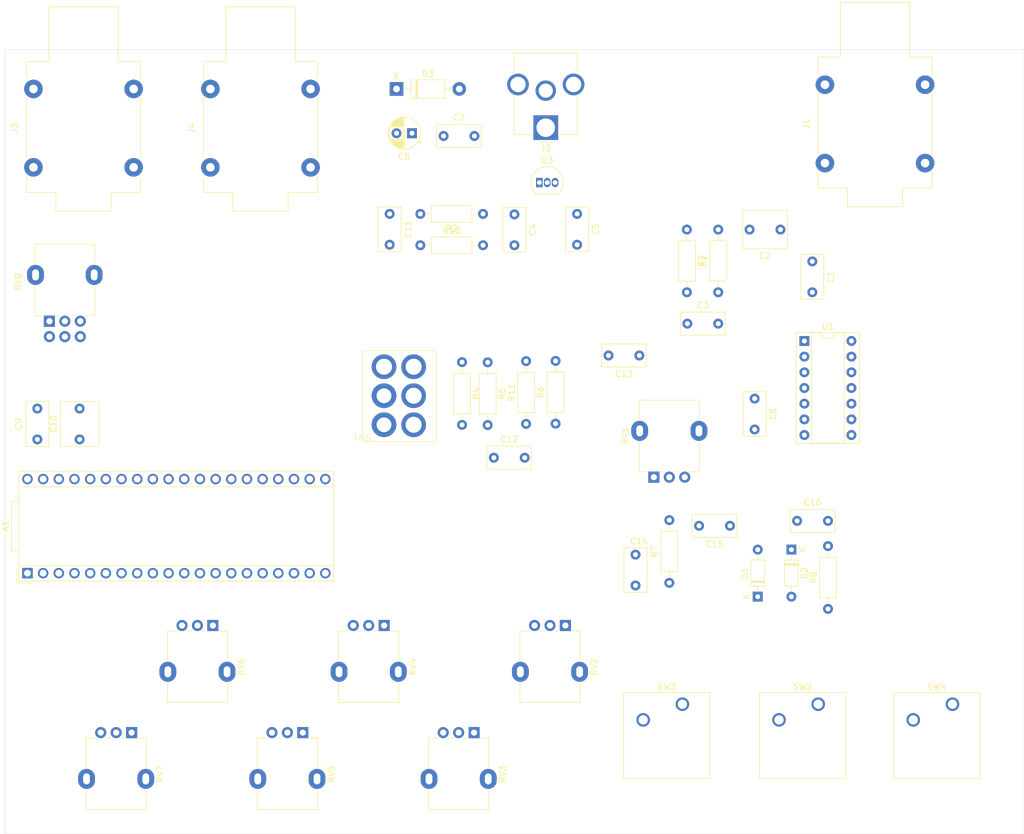
<source format=kicad_pcb>
(kicad_pcb (version 20240108) (generator "pcbnew") (generator_version "8.0")
  (layers (0 "F.Cu" signal) (1 "In1.Cu" signal) (2 "In2.Cu" signal) (31 "B.Cu" signal) (34 "B.Paste" user) (35 "F.Paste" user) (36 "B.SilkS" user "B.Silkscreen") (37 "F.SilkS" user "F.Silkscreen") (38 "B.Mask" user) (39 "F.Mask" user) (44 "Edge.Cuts" user))
  (net 0 "")
  (net 1 "/DaisySeed/IN_GAIN")
  (net 4 "/OUT_R")
  (net 5 "/OUT_L")
  (net 6 "GND")
  (net 9 "/DaisySeed/Filt_Knob")
  (net 10 "/DaisySeed/FDBK_Knob")
  (net 11 "/DaisySeed/Rate_Knob")
  (net 12 "/DaisySeed/I2C_SCL")
  (net 15 "/DaisySeed/Wow_Knob")
  (net 16 "/DaisySeed/SW_2")
  (net 19 "/DaisySeed/Blend_Knob")
  (net 21 "/DaisySeed/SW_3")
  (net 22 "+3V3")
  (net 25 "+9V")
  (net 26 "/DaisySeed/Space_Knob")
  (net 27 "/DaisySeed/I2C_SDA")
  (net 30 "/DaisySeed/SW_1")
  (net 39 "Net-(C1-Pad1)")
  (net 40 "Net-(C2-Pad2)")
  (net 41 "Net-(U1A-+)")
  (net 42 "+5V")
  (net 43 "+2V5")
  (net 44 "Net-(C12-Pad2)")
  (net 45 "Net-(SW1B-B)")
  (net 46 "Net-(SW1A-B)")
  (net 47 "/InputOutput/IN_BUF")
  (net 48 "Net-(C14-Pad1)")
  (net 49 "Net-(D1-A)")
  (net 50 "Net-(U1B--)")
  (net 51 "Net-(D3-A)")
  (net 52 "Net-(J3-PadT)")
  (net 53 "Net-(J4-PadT)")
  (net 54 "/InputOutput/Line_Level")
  (net 55 "Net-(SW1B-C)")
  (net 56 "/Gain/IN_LEVEL")
  (net 57 "/InputOutput/Inst_Level")
  (footprint "Resistor_THT:R_Axial_DIN0207_L6.3mm_D2.5mm_P10.16mm_Horizontal" (layer "F.Cu") (at 374.97 181.22 90)
    (property "Reference" "R6" (at 5.08 -2.37 90) (layer "F.SilkS"))
    (property "Value" "1k")
    (pad "1" thru_hole circle (at 0 0 90) (size 1.6 1.6) (drill 0.8) (layers "*.Cu" "*.Mask") (net 43 "+2V5"))
    (pad "2" thru_hole oval (at 10.16 0 90) (size 1.6 1.6) (drill 0.8) (layers "*.Cu" "*.Mask") (net 56 "/Gain/IN_LEVEL"))
  )
  (footprint "Potentiometer_THT:Potentiometer_Alpha_RD901F-40-00D_Single_Vertical" (layer "F.Cu") (at 390.895 189.89 90)
    (property "Reference" "RV1" (at 6.71 -4.64 90) (layer "F.SilkS"))
    (property "Value" "A10k")
    (pad "" thru_hole oval (at 7.5 -2.3 180) (size 2.72 3.24) (drill oval 1.1 1.8) (layers "*.Cu" "*.Mask"))
    (pad "" thru_hole oval (at 7.5 7.3 180) (size 2.72 3.24) (drill oval 1.1 1.8) (layers "*.Cu" "*.Mask"))
    (pad "1" thru_hole rect (at 0 0 180) (size 1.8 1.8) (drill 1) (layers "*.Cu" "*.Mask") (net 50 "Net-(U1B--)"))
    (pad "2" thru_hole circle (at 0 2.5 180) (size 1.8 1.8) (drill 1) (layers "*.Cu" "*.Mask") (net 50 "Net-(U1B--)"))
    (pad "3" thru_hole circle (at 0 5 180) (size 1.8 1.8) (drill 1) (layers "*.Cu" "*.Mask") (net 49 "Net-(D1-A)"))
  )
  (footprint "Capacitor_THT:C_Rect_L7.0mm_W6.0mm_P5.00mm" (layer "F.Cu") (at 297.865 183.775 90)
    (property "Reference" "C10" (at 2.5 -4.25 90) (layer "F.SilkS"))
    (property "Value" "1u")
    (pad "1" thru_hole circle (at 0 0 90) (size 1.6 1.6) (drill 0.8) (layers "*.Cu" "*.Mask") (net 25 "+9V"))
    (pad "2" thru_hole circle (at 5 0 90) (size 1.6 1.6) (drill 0.8) (layers "*.Cu" "*.Mask") (net 6 "GND"))
  )
  (footprint "Resistor_THT:R_Axial_DIN0207_L6.3mm_D2.5mm_P10.16mm_Horizontal" (layer "F.Cu") (at 393.395 207.01 90)
    (property "Reference" "R7" (at 5.08 -2.37 90) (layer "F.SilkS"))
    (property "Value" "1k")
    (pad "1" thru_hole circle (at 0 0 90) (size 1.6 1.6) (drill 0.8) (layers "*.Cu" "*.Mask") (net 48 "Net-(C14-Pad1)"))
    (pad "2" thru_hole oval (at 10.16 0 90) (size 1.6 1.6) (drill 0.8) (layers "*.Cu" "*.Mask") (net 50 "Net-(U1B--)"))
  )
  (footprint "Capacitor_THT:C_Rect_L7.0mm_W6.0mm_P5.00mm" (layer "F.Cu") (at 411.4 149.78 180)
    (property "Reference" "C2" (at 2.5 -4.25 360) (layer "F.SilkS"))
    (property "Value" "1u")
    (pad "1" thru_hole circle (at 0 0 180) (size 1.6 1.6) (drill 0.8) (layers "*.Cu" "*.Mask") (net 39 "Net-(C1-Pad1)"))
    (pad "2" thru_hole circle (at 5 0 180) (size 1.6 1.6) (drill 0.8) (layers "*.Cu" "*.Mask") (net 40 "Net-(C2-Pad2)"))
  )
  (footprint "Potentiometer_THT:Potentiometer_Alpha_RD901F-40-00D_Single_Vertical" (layer "F.Cu") (at 319.455 213.92 -90)
    (property "Reference" "RV6" (at 6.71 -4.64 90) (layer "F.SilkS"))
    (property "Value" "B10k")
    (pad "" thru_hole oval (at 7.5 -2.3) (size 2.72 3.24) (drill oval 1.1 1.8) (layers "*.Cu" "*.Mask"))
    (pad "" thru_hole oval (at 7.5 7.3) (size 2.72 3.24) (drill oval 1.1 1.8) (layers "*.Cu" "*.Mask"))
    (pad "1" thru_hole rect (at 0 0) (size 1.8 1.8) (drill 1) (layers "*.Cu" "*.Mask") (net 22 "+3V3"))
    (pad "2" thru_hole circle (at 0 2.5) (size 1.8 1.8) (drill 1) (layers "*.Cu" "*.Mask") (net 19 "/DaisySeed/Blend_Knob"))
    (pad "3" thru_hole circle (at 0 5) (size 1.8 1.8) (drill 1) (layers "*.Cu" "*.Mask") (net 6 "GND"))
  )
  (footprint "Resistor_THT:R_Axial_DIN0207_L6.3mm_D2.5mm_P10.16mm_Horizontal" (layer "F.Cu") (at 359.82 171.255 -90)
    (property "Reference" "R4" (at 5.08 -2.37 90) (layer "F.SilkS"))
    (property "Value" "1k")
    (pad "1" thru_hole circle (at 0 0 270) (size 1.6 1.6) (drill 0.8) (layers "*.Cu" "*.Mask") (net 54 "/InputOutput/Line_Level"))
    (pad "2" thru_hole oval (at 10.16 0 270) (size 1.6 1.6) (drill 0.8) (layers "*.Cu" "*.Mask") (net 55 "Net-(SW1B-C)"))
  )
  (footprint "Package_TO_SOT_THT:TO-92_Inline" (layer "F.Cu") (at 372.345 142.16)
    (property "Reference" "U3" (at 1.27 -3.56 360) (layer "F.SilkS"))
    (property "Value" "LM78L05_TO92")
    (pad "1" thru_hole rect (at 0 0) (size 1.05 1.5) (drill 0.75) (layers "*.Cu" "*.Mask") (net 42 "+5V"))
    (pad "2" thru_hole oval (at 1.27 0) (size 1.05 1.5) (drill 0.75) (layers "*.Cu" "*.Mask") (net 6 "GND"))
    (pad "3" thru_hole oval (at 2.54 0) (size 1.05 1.5) (drill 0.75) (layers "*.Cu" "*.Mask") (net 25 "+9V"))
  )
  (footprint "Capacitor_THT:C_Rect_L7.0mm_W3.5mm_P5.00mm" (layer "F.Cu") (at 403.22 197.765 180)
    (property "Reference" "C15" (at 2.5 -3 360) (layer "F.SilkS"))
    (property "Value" "100p")
    (pad "1" thru_hole circle (at 0 0 180) (size 1.6 1.6) (drill 0.8) (layers "*.Cu" "*.Mask") (net 49 "Net-(D1-A)"))
    (pad "2" thru_hole circle (at 5 0 180) (size 1.6 1.6) (drill 0.8) (layers "*.Cu" "*.Mask") (net 50 "Net-(U1B--)"))
  )
  (footprint "Capacitor_THT:C_Rect_L7.0mm_W3.5mm_P5.00mm" (layer "F.Cu") (at 388.54 170.18 180)
    (property "Reference" "C13" (at 2.5 -3 360) (layer "F.SilkS"))
    (property "Value" "1u")
    (pad "1" thru_hole circle (at 0 0 180) (size 1.6 1.6) (drill 0.8) (layers "*.Cu" "*.Mask") (net 47 "/InputOutput/IN_BUF"))
    (pad "2" thru_hole circle (at 5 0 180) (size 1.6 1.6) (drill 0.8) (layers "*.Cu" "*.Mask") (net 46 "Net-(SW1A-B)"))
  )
  (footprint "Potentiometer_THT:Potentiometer_Alpha_RD901F-40-00D_Single_Vertical" (layer "F.Cu") (at 334.025 231.27 -90)
    (property "Reference" "RV5" (at 6.71 -4.64 90) (layer "F.SilkS"))
    (property "Value" "B10k")
    (pad "" thru_hole oval (at 7.5 -2.3) (size 2.72 3.24) (drill oval 1.1 1.8) (layers "*.Cu" "*.Mask"))
    (pad "" thru_hole oval (at 7.5 7.3) (size 2.72 3.24) (drill oval 1.1 1.8) (layers "*.Cu" "*.Mask"))
    (pad "1" thru_hole rect (at 0 0) (size 1.8 1.8) (drill 1) (layers "*.Cu" "*.Mask") (net 22 "+3V3"))
    (pad "2" thru_hole circle (at 0 2.5) (size 1.8 1.8) (drill 1) (layers "*.Cu" "*.Mask") (net 15 "/DaisySeed/Wow_Knob"))
    (pad "3" thru_hole circle (at 0 5) (size 1.8 1.8) (drill 1) (layers "*.Cu" "*.Mask") (net 6 "GND"))
  )
  (footprint "Potentiometer_THT:Potentiometer_Alpha_RD901F-40-00D_Single_Vertical" (layer "F.Cu") (at 376.565 213.92 -90)
    (property "Reference" "RV2" (at 6.71 -4.64 90) (layer "F.SilkS"))
    (property "Value" "B10k")
    (pad "" thru_hole oval (at 7.5 -2.3) (size 2.72 3.24) (drill oval 1.1 1.8) (layers "*.Cu" "*.Mask"))
    (pad "" thru_hole oval (at 7.5 7.3) (size 2.72 3.24) (drill oval 1.1 1.8) (layers "*.Cu" "*.Mask"))
    (pad "1" thru_hole rect (at 0 0) (size 1.8 1.8) (drill 1) (layers "*.Cu" "*.Mask") (net 22 "+3V3"))
    (pad "2" thru_hole circle (at 0 2.5) (size 1.8 1.8) (drill 1) (layers "*.Cu" "*.Mask") (net 11 "/DaisySeed/Rate_Knob"))
    (pad "3" thru_hole circle (at 0 5) (size 1.8 1.8) (drill 1) (layers "*.Cu" "*.Mask") (net 6 "GND"))
  )
  (footprint "Button_Switch_Keyboard:SW_Cherry_MX_1.00u_PCB" (layer "F.Cu") (at 417.515 226.67)
    (property "Reference" "SW2" (at -2.54 -2.794 0) (layer "F.SilkS"))
    (property "Value" "SW_Push")
    (pad "" np_thru_hole circle (at -7.62 5.08) (size 1.7 1.7) (drill 1.7) (layers "*.Cu" "*.Mask"))
    (pad "" np_thru_hole circle (at -2.54 5.08) (size 4 4) (drill 4) (layers "*.Cu" "*.Mask"))
    (pad "" np_thru_hole circle (at 2.54 5.08) (size 1.7 1.7) (drill 1.7) (layers "*.Cu" "*.Mask"))
    (pad "1" thru_hole circle (at 0 0) (size 2.2 2.2) (drill 1.5) (layers "*.Cu" "*.Mask") (net 30 "/DaisySeed/SW_1"))
    (pad "2" thru_hole circle (at -6.35 2.54) (size 2.2 2.2) (drill 1.5) (layers "*.Cu" "*.Mask") (net 6 "GND"))
  )
  (footprint "Potentiometer_THT:Potentiometer_Alpha_RD902F-40-00D_Dual_Vertical" (layer "F.Cu") (at 292.975 164.625 90)
    (property "Reference" "RV8" (at 6.35 -5.06 90) (layer "F.SilkS"))
    (property "Value" "B10K")
    (pad "" thru_hole oval (at 7.5 -2.25 180) (size 2.72 3.24) (drill oval 1.1 1.8) (layers "*.Cu" "*.Mask"))
    (pad "" thru_hole oval (at 7.5 7.25 180) (size 2.72 3.24) (drill oval 1.1 1.8) (layers "*.Cu" "*.Mask"))
    (pad "1" thru_hole rect (at 0 0 180) (size 1.8 1.8) (drill 1) (layers "*.Cu" "*.Mask") (net 6 "GND"))
    (pad "2" thru_hole circle (at 0 2.5 180) (size 1.8 1.8) (drill 1) (layers "*.Cu" "*.Mask") (net 53 "Net-(J4-PadT)"))
    (pad "3" thru_hole circle (at 0 5 180) (size 1.8 1.8) (drill 1) (layers "*.Cu" "*.Mask") (net 4 "/OUT_R"))
    (pad "4" thru_hole circle (at -2.5 0 180) (size 1.8 1.8) (drill 1) (layers "*.Cu" "*.Mask") (net 6 "GND"))
    (pad "5" thru_hole circle (at -2.5 2.5 180) (size 1.8 1.8) (drill 1) (layers "*.Cu" "*.Mask") (net 52 "Net-(J3-PadT)"))
    (pad "6" thru_hole circle (at -2.5 5 180) (size 1.8 1.8) (drill 1) (layers "*.Cu" "*.Mask") (net 5 "/OUT_L"))
  )
  (footprint "Capacitor_THT:CP_Radial_D5.0mm_P2.50mm" (layer "F.Cu") (at 351.705 134.175 180)
    (property "Reference" "C6" (at 1.25 -3.75 360) (layer "F.SilkS"))
    (property "Value" "100u")
    (pad "1" thru_hole rect (at 0 0 180) (size 1.6 1.6) (drill 0.8) (layers "*.Cu" "*.Mask") (net 25 "+9V"))
    (pad "2" thru_hole circle (at 2.5 0 180) (size 1.6 1.6) (drill 0.8) (layers "*.Cu" "*.Mask") (net 6 "GND"))
  )
  (footprint "Capacitor_THT:C_Rect_L7.0mm_W3.5mm_P5.00mm" (layer "F.Cu") (at 348.09 147.24 -90)
    (property "Reference" "C11" (at 2.5 -3 90) (layer "F.SilkS"))
    (property "Value" "47u")
    (pad "1" thru_hole circle (at 0 0 270) (size 1.6 1.6) (drill 0.8) (layers "*.Cu" "*.Mask") (net 43 "+2V5"))
    (pad "2" thru_hole circle (at 5 0 270) (size 1.6 1.6) (drill 0.8) (layers "*.Cu" "*.Mask") (net 6 "GND"))
  )
  (footprint "Diode_THT:D_DO-41_SOD81_P10.16mm_Horizontal" (layer "F.Cu") (at 349.205 127)
    (property "Reference" "D3" (at 5.08 -2.47 360) (layer "F.SilkS"))
    (property "Value" "1N4001")
    (fp_text user "K" (at 0 -2.1 360) (layer "F.SilkS"))
    (pad "1" thru_hole rect (at 0 0) (size 2.2 2.2) (drill 1.1) (layers "*.Cu" "*.Mask") (net 25 "+9V"))
    (pad "2" thru_hole oval (at 10.16 0) (size 2.2 2.2) (drill 1.1) (layers "*.Cu" "*.Mask") (net 51 "Net-(D3-A)"))
  )
  (footprint "Resistor_THT:R_Axial_DIN0207_L6.3mm_D2.5mm_P10.16mm_Horizontal" (layer "F.Cu") (at 363.22 147.24 180)
    (property "Reference" "R2" (at 5.08 -2.37 360) (layer "F.SilkS"))
    (property "Value" "10k")
    (pad "1" thru_hole circle (at 0 0 180) (size 1.6 1.6) (drill 0.8) (layers "*.Cu" "*.Mask") (net 42 "+5V"))
    (pad "2" thru_hole oval (at 10.16 0 180) (size 1.6 1.6) (drill 0.8) (layers "*.Cu" "*.Mask") (net 43 "+2V5"))
  )
  (footprint "Connector_BarrelJack:BarrelJack_CUI_PJ-063AH_Horizontal_CircularHoles" (layer "F.Cu") (at 373.38 133.275 180)
    (property "Reference" "J2" (at 0 -3.3 360) (layer "F.SilkS"))
    (property "Value" "Jack-DC")
    (pad "" np_thru_hole circle (at 0 9 180) (size 1.6 1.6) (drill 1.6) (layers "*.Cu" "*.Mask"))
    (pad "1" thru_hole rect (at 0 0 180) (size 4 4) (drill 3) (layers "*.Cu" "*.Mask") (net 6 "GND"))
    (pad "2" thru_hole circle (at 0 6 180) (size 3.3 3.3) (drill 2.3) (layers "*.Cu" "*.Mask") (net 51 "Net-(D3-A)"))
    (pad "MP" thru_hole circle (at -4.5 7 180) (size 3.5 3.5) (drill 2.5) (layers "*.Cu" "*.Mask"))
    (pad "MP" thru_hole circle (at 4.5 7 180) (size 3.5 3.5) (drill 2.5) (layers "*.Cu" "*.Mask"))
  )
  (footprint "Resistor_THT:R_Axial_DIN0207_L6.3mm_D2.5mm_P10.16mm_Horizontal" (layer "F.Cu") (at 401.32 159.94 90)
    (property "Reference" "R1" (at 5.08 -2.37 90) (layer "F.SilkS"))
    (property "Value" "1k")
    (pad "1" thru_hole circle (at 0 0 90) (size 1.6 1.6) (drill 0.8) (layers "*.Cu" "*.Mask") (net 41 "Net-(U1A-+)"))
    (pad "2" thru_hole oval (at 10.16 0 90) (size 1.6 1.6) (drill 0.8) (layers "*.Cu" "*.Mask") (net 40 "Net-(C2-Pad2)"))
  )
  (footprint "Capacitor_THT:C_Rect_L7.0mm_W3.5mm_P5.00mm" (layer "F.Cu") (at 364.97 186.74)
    (property "Reference" "C12" (at 2.5 -3 360) (layer "F.SilkS"))
    (property "Value" "1u")
    (pad "1" thru_hole circle (at 0 0) (size 1.6 1.6) (drill 0.8) (layers "*.Cu" "*.Mask") (net 45 "Net-(SW1B-B)"))
    (pad "2" thru_hole circle (at 5 0) (size 1.6 1.6) (drill 0.8) (layers "*.Cu" "*.Mask") (net 44 "Net-(C12-Pad2)"))
  )
  (footprint "Potentiometer_THT:Potentiometer_Alpha_RD901F-40-00D_Single_Vertical" (layer "F.Cu") (at 361.765 231.27 -90)
    (property "Reference" "RV3" (at 6.71 -4.64 90) (layer "F.SilkS"))
    (property "Value" "B10k")
    (pad "" thru_hole oval (at 7.5 -2.3) (size 2.72 3.24) (drill oval 1.1 1.8) (layers "*.Cu" "*.Mask"))
    (pad "" thru_hole oval (at 7.5 7.3) (size 2.72 3.24) (drill oval 1.1 1.8) (layers "*.Cu" "*.Mask"))
    (pad "1" thru_hole rect (at 0 0) (size 1.8 1.8) (drill 1) (layers "*.Cu" "*.Mask") (net 22 "+3V3"))
    (pad "2" thru_hole circle (at 0 2.5) (size 1.8 1.8) (drill 1) (layers "*.Cu" "*.Mask") (net 10 "/DaisySeed/FDBK_Knob"))
    (pad "3" thru_hole circle (at 0 5) (size 1.8 1.8) (drill 1) (layers "*.Cu" "*.Mask") (net 6 "GND"))
  )
  (footprint "Resistor_THT:R_Axial_DIN0207_L6.3mm_D2.5mm_P10.16mm_Horizontal" (layer "F.Cu") (at 370.195 181.255 90)
    (property "Reference" "R11" (at 5.08 -2.37 90) (layer "F.SilkS"))
    (property "Value" "1k")
    (pad "1" thru_hole circle (at 0 0 90) (size 1.6 1.6) (drill 0.8) (layers "*.Cu" "*.Mask") (net 44 "Net-(C12-Pad2)"))
    (pad "2" thru_hole oval (at 10.16 0 90) (size 1.6 1.6) (drill 0.8) (layers "*.Cu" "*.Mask") (net 56 "/Gain/IN_LEVEL"))
  )
  (footprint "Capacitor_THT:C_Rect_L7.0mm_W3.5mm_P5.00mm" (layer "F.Cu") (at 416.56 154.94 -90)
    (property "Reference" "C1" (at 2.5 -3 90) (layer "F.SilkS"))
    (property "Value" "100p")
    (pad "1" thru_hole circle (at 0 0 270) (size 1.6 1.6) (drill 0.8) (layers "*.Cu" "*.Mask") (net 39 "Net-(C1-Pad1)"))
    (pad "2" thru_hole circle (at 5 0 270) (size 1.6 1.6) (drill 0.8) (layers "*.Cu" "*.Mask") (net 6 "GND"))
  )
  (footprint "Package_DIP:DIP-14_W7.62mm_Socket" (layer "F.Cu") (at 415.275 167.825)
    (property "Reference" "U1" (at 3.81 -2.33 0) (layer "F.SilkS"))
    (property "Value" "Opamp_Quad")
    (pad "1" thru_hole rect (at 0 0) (size 1.6 1.6) (drill 0.8) (layers "*.Cu" "*.Mask") (net 47 "/InputOutput/IN_BUF"))
    (pad "2" thru_hole oval (at 0 2.54) (size 1.6 1.6) (drill 0.8) (layers "*.Cu" "*.Mask") (net 47 "/InputOutput/IN_BUF"))
    (pad "3" thru_hole oval (at 0 5.08) (size 1.6 1.6) (drill 0.8) (layers "*.Cu" "*.Mask") (net 41 "Net-(U1A-+)"))
    (pad "4" thru_hole oval (at 0 7.62) (size 1.6 1.6) (drill 0.8) (layers "*.Cu" "*.Mask") (net 42 "+5V"))
    (pad "5" thru_hole oval (at 0 10.16) (size 1.6 1.6) (drill 0.8) (layers "*.Cu" "*.Mask") (net 56 "/Gain/IN_LEVEL"))
    (pad "6" thru_hole oval (at 0 12.7) (size 1.6 1.6) (drill 0.8) (layers "*.Cu" "*.Mask") (net 50 "Net-(U1B--)"))
    (pad "7" thru_hole oval (at 0 15.24) (size 1.6 1.6) (drill 0.8) (layers "*.Cu" "*.Mask") (net 49 "Net-(D1-A)"))
    (pad "8" thru_hole oval (at 7.62 15.24) (size 1.6 1.6) (drill 0.8) (layers "*.Cu" "*.Mask"))
    (pad "9" thru_hole oval (at 7.62 12.7) (size 1.6 1.6) (drill 0.8) (layers "*.Cu" "*.Mask"))
    (pad "10" thru_hole oval (at 7.62 10.16) (size 1.6 1.6) (drill 0.8) (layers "*.Cu" "*.Mask"))
    (pad "11" thru_hole oval (at 7.62 7.62) (size 1.6 1.6) (drill 0.8) (layers "*.Cu" "*.Mask") (net 6 "GND"))
    (pad "12" thru_hole oval (at 7.62 5.08) (size 1.6 1.6) (drill 0.8) (layers "*.Cu" "*.Mask"))
    (pad "13" thru_hole oval (at 7.62 2.54) (size 1.6 1.6) (drill 0.8) (layers "*.Cu" "*.Mask"))
    (pad "14" thru_hole oval (at 7.62 0) (size 1.6 1.6) (drill 0.8) (layers "*.Cu" "*.Mask"))
  )
  (footprint "Library:DPDT_Mini_Toggle" (layer "F.Cu") (at 347.175 176.7 180)
    (property "Reference" "SW1" (at 3.6 -6.7 180) (layer "F.SilkS") (effects (font (thickness 0.1))))
    (property "Value" "SW_DPDT_x2")
    (pad "1" thru_hole circle (at -4.8 -4.7 180) (size 4 4) (drill 2.6) (layers "*.Cu" "*.Mask") (net 57 "/InputOutput/Inst_Level"))
    (pad "2" thru_hole circle (at -4.8 0 180) (size 4 4) (drill 2.6) (layers "*.Cu" "*.Mask") (net 46 "Net-(SW1A-B)"))
    (pad "3" thru_hole circle (at -4.8 4.7 180) (size 4 4) (drill 2.6) (layers "*.Cu" "*.Mask") (net 54 "/InputOutput/Line_Level"))
    (pad "4" thru_hole circle (at 0 -4.7 180) (size 4 4) (drill 2.4) (layers "*.Cu" "*.Mask") (net 57 "/InputOutput/Inst_Level"))
    (pad "5" thru_hole circle (at 0 0 180) (size 4 4) (drill 2.4) (layers "*.Cu" "*.Mask") (net 45 "Net-(SW1B-B)"))
    (pad "6" thru_hole circle (at 0 4.7 180) (size 4 4) (drill 2.6) (layers "*.Cu" "*.Mask") (net 55 "Net-(SW1B-C)"))
  )
  (footprint "Connector_Audio:Jack_6.35mm_Neutrik_NMJ4HFD2_Horizontal" (layer "F.Cu") (at 319.05 139.7 90)
    (property "Reference" "J4" (at 6.35 -3 90) (layer "F.SilkS"))
    (property "Value" "AudioJack2")
    (pad "S" thru_hole circle (at 12.7 0 90) (size 3 3) (drill 1.4) (layers "*.Cu" "*.Mask") (net 6 "GND"))
    (pad "SN" thru_hole circle (at 12.7 16.23 90) (size 3 3) (drill 1.4) (layers "*.Cu" "*.Mask"))
    (pad "T" thru_hole circle (at 0 0 90) (size 3 3) (drill 1.4) (layers "*.Cu" "*.Mask") (net 53 "Net-(J4-PadT)"))
    (pad "TN" thru_hole circle (at 0 16.23 90) (size 3 3) (drill 1.4) (layers "*.Cu" "*.Mask"))
  )
  (footprint "Capacitor_THT:C_Rect_L7.0mm_W3.5mm_P5.00mm" (layer "F.Cu") (at 396.32 165.02)
    (property "Reference" "C3" (at 2.5 -3 360) (layer "F.SilkS"))
    (property "Value" "1n")
    (pad "1" thru_hole circle (at 0 0) (size 1.6 1.6) (drill 0.8) (layers "*.Cu" "*.Mask") (net 41 "Net-(U1A-+)"))
    (pad "2" thru_hole circle (at 5 0) (size 1.6 1.6) (drill 0.8) (layers "*.Cu" "*.Mask") (net 6 "GND"))
  )
  (footprint "Module:Electrosmith_Daisy_Seed" (layer "F.Cu") (at 289.415 205.44 90)
    (property "Reference" "A1" (at 7.62 -3.6 90) (layer "F.SilkS"))
    (property "Value" "Electrosmith_Daisy_Seed_Rev4")
    (pad "1" thru_hole rect (at 0 0 90) (size 1.7 1.7) (drill 1.1) (layers "*.Cu" "*.Mask"))
    (pad "2" thru_hole circle (at 0 2.54 90) (size 1.7 1.7) (drill 1.1) (layers "*.Cu" "*.Mask"))
    (pad "3" thru_hole circle (at 0 5.08 90) (size 1.7 1.7) (drill 1.1) (layers "*.Cu" "*.Mask"))
    (pad "4" thru_hole circle (at 0 7.62 90) (size 1.7 1.7) (drill 1.1) (layers "*.Cu" "*.Mask"))
    (pad "5" thru_hole circle (at 0 10.16 90) (size 1.7 1.7) (drill 1.1) (layers "*.Cu" "*.Mask"))
    (pad "6" thru_hole circle (at 0 12.7 90) (size 1.7 1.7) (drill 1.1) (layers "*.Cu" "*.Mask"))
    (pad "7" thru_hole circle (at 0 15.24 90) (size 1.7 1.7) (drill 1.1) (layers "*.Cu" "*.Mask"))
    (pad "8" thru_hole circle (at 0 17.78 90) (size 1.7 1.7) (drill 1.1) (layers "*.Cu" "*.Mask"))
    (pad "9" thru_hole circle (at 0 20.32 90) (size 1.7 1.7) (drill 1.1) (layers "*.Cu" "*.Mask"))
    (pad "10" thru_hole circle (at 0 22.86 90) (size 1.7 1.7) (drill 1.1) (layers "*.Cu" "*.Mask"))
    (pad "11" thru_hole circle (at 0 25.4 90) (size 1.7 1.7) (drill 1.1) (layers "*.Cu" "*.Mask"))
    (pad "12" thru_hole circle (at 0 27.94 90) (size 1.7 1.7) (drill 1.1) (layers "*.Cu" "*.Mask") (net 12 "/DaisySeed/I2C_SCL"))
    (pad "13" thru_hole circle (at 0 30.48 90) (size 1.7 1.7) (drill 1.1) (layers "*.Cu" "*.Mask") (net 27 "/DaisySeed/I2C_SDA"))
    (pad "14" thru_hole circle (at 0 33.02 90) (size 1.7 1.7) (drill 1.1) (layers "*.Cu" "*.Mask"))
    (pad "15" thru_hole circle (at 0 35.56 90) (size 1.7 1.7) (drill 1.1) (layers "*.Cu" "*.Mask"))
    (pad "16" thru_hole circle (at 0 38.1 90) (size 1.7 1.7) (drill 1.1) (layers "*.Cu" "*.Mask") (net 1 "/DaisySeed/IN_GAIN"))
    (pad "17" thru_hole circle (at 0 40.64 90) (size 1.7 1.7) (drill 1.1) (layers "*.Cu" "*.Mask") (net 6 "GND"))
    (pad "18" thru_hole circle (at 0 43.18 90) (size 1.7 1.7) (drill 1.1) (layers "*.Cu" "*.Mask") (net 5 "/OUT_L"))
    (pad "19" thru_hole circle (at 0 45.72 90) (size 1.7 1.7) (drill 1.1) (layers "*.Cu" "*.Mask") (net 4 "/OUT_R"))
    (pad "20" thru_hole circle (at 0 48.26 90) (size 1.7 1.7) (drill 1.1) (layers "*.Cu" "*.Mask") (net 6 "GND"))
    (pad "21" thru_hole circle (at 15.24 48.26 90) (size 1.7 1.7) (drill 1.1) (layers "*.Cu" "*.Mask") (net 22 "+3V3"))
    (pad "22" thru_hole circle (at 15.24 45.72 90) (size 1.7 1.7) (drill 1.1) (layers "*.Cu" "*.Mask") (net 11 "/DaisySeed/Rate_Knob"))
    (pad "23" thru_hole circle (at 15.24 43.18 90) (size 1.7 1.7) (drill 1.1) (layers "*.Cu" "*.Mask") (net 10 "/DaisySeed/FDBK_Knob"))
    (pad "24" thru_hole circle (at 15.24 40.64 90) (size 1.7 1.7) (drill 1.1) (layers "*.Cu" "*.Mask") (net 26 "/DaisySeed/Space_Knob"))
    (pad "25" thru_hole circle (at 15.24 38.1 90) (size 1.7 1.7) (drill 1.1) (layers "*.Cu" "*.Mask") (net 15 "/DaisySeed/Wow_Knob"))
    (pad "26" thru_hole circle (at 15.24 35.56 90) (size 1.7 1.7) (drill 1.1) (layers "*.Cu" "*.Mask") (net 19 "/DaisySeed/Blend_Knob"))
    (pad "27" thru_hole circle (at 15.24 33.02 90) (size 1.7 1.7) (drill 1.1) (layers "*.Cu" "*.Mask") (net 9 "/DaisySeed/Filt_Knob"))
    (pad "28" thru_hole circle (at 15.24 30.48 90) (size 1.7 1.7) (drill 1.1) (layers "*.Cu" "*.Mask"))
    (pad "29" thru_hole circle (at 15.24 27.94 90) (size 1.7 1.7) (drill 1.1) (layers "*.Cu" "*.Mask"))
    (pad "30" thru_hole circle (at 15.24 25.4 90) (size 1.7 1.7) (drill 1.1) (layers "*.Cu" "*.Mask"))
    (pad "31" thru_hole circle (at 15.24 22.86 90) (size 1.7 1.7) (drill 1.1) (layers "*.Cu" "*.Mask"))
    (pad "32" thru_hole circle (at 15.24 20.32 90) (size 1.7 1.7) (drill 1.1) (layers "*.Cu" "*.Mask") (net 30 "/DaisySeed/SW_1"))
    (pad "33" thru_hole circle (at 15.24 17.78 90) (size 1.7 1.7) (drill 1.1) (layers "*.Cu" "*.Mask") (net 16 "/DaisySeed/SW_2"))
    (pad "34" thru_hole circle (at 15.24 15.24 90) (size 1.7 1.7) (drill 1.1) (layers "*.Cu" "*.Mask") (net 21 "/DaisySeed/SW_3"))
    (pad "35" thru_hole circle (at 15.24 12.7 90) (size 1.7 1.7) (drill 1.1) (layers "*.Cu" "*.Mask"))
    (pad "36" thru_hole circle (at 15.24 10.16 90) (size 1.7 1.7) (drill 1.1) (layers "*.Cu" "*.Mask"))
    (pad "37" thru_hole circle (at 15.24 7.62 90) (size 1.7 1.7) (drill 1.1) (layers "*.Cu" "*.Mask"))
    (pad "38" thru_hole circle (at 15.24 5.08 90) (size 1.7 1.7) (drill 1.1) (layers "*.Cu" "*.Mask"))
    (pad "39" thru_hole circle (at 15.24 2.54 90) (size 1.7 1.7) (drill 1.1) (layers "*.Cu" "*.Mask") (net 25 "+9V"))
    (pad "40" thru_hole circle (at 15.24 0 90) (size 1.7 1.7) (drill 1.1) (layers "*.Cu" "*.Mask") (net 6 "GND"))
  )
  (footprint "Capacitor_THT:C_Rect_L7.0mm_W3.5mm_P5.00mm" (layer "F.Cu") (at 407.22 177.165 -90)
    (property "Reference" "C8" (at 2.5 -3 90) (layer "F.SilkS"))
    (property "Value" "100n")
    (pad "1" thru_hole circle (at 0 0 270) (size 1.6 1.6) (drill 0.8) (layers "*.Cu" "*.Mask") (net 42 "+5V"))
    (pad "2" thru_hole circle (at 5 0 270) (size 1.6 1.6) (drill 0.8) (layers "*.Cu" "*.Mask") (net 6 "GND"))
  )
  (footprint "Capacitor_THT:C_Rect_L7.0mm_W3.5mm_P5.00mm" (layer "F.Cu") (at 387.92 207.44 90)
    (property "Reference" "C14" (at 7.175 0.575 360) (layer "F.SilkS"))
    (property "Value" "0.47u")
    (pad "1" thru_hole circle (at 0 0 90) (size 1.6 1.6) (drill 0.8) (layers "*.Cu" "*.Mask") (net 48 "Net-(C14-Pad1)"))
    (pad "2" thru_hole circle (at 5 0 90) (size 1.6 1.6) (drill 0.8) (layers "*.Cu" "*.Mask") (net 6 "GND"))
  )
  (footprint "Button_Switch_Keyboard:SW_Cherry_MX_1.00u_PCB" (layer "F.Cu") (at 439.265 226.67)
    (property "Reference" "SW4" (at -2.54 -2.794 0) (layer "F.SilkS"))
    (property "Value" "SW_Push")
    (pad "" np_thru_hole circle (at -7.62 5.08) (size 1.7 1.7) (drill 1.7) (layers "*.Cu" "*.Mask"))
    (pad "" np_thru_hole circle (at -2.54 5.08) (size 4 4) (drill 4) (layers "*.Cu" "*.Mask"))
    (pad "" np_thru_hole circle (at 2.54 5.08) (size 1.7 1.7) (drill 1.7) (layers "*.Cu" "*.Mask"))
    (pad "1" thru_hole circle (at 0 0) (size 2.2 2.2) (drill 1.5) (layers "*.Cu" "*.Mask") (net 21 "/DaisySeed/SW_3"))
    (pad "2" thru_hole circle (at -6.35 2.54) (size 2.2 2.2) (drill 1.5) (layers "*.Cu" "*.Mask") (net 6 "GND"))
  )
  (footprint "Potentiometer_THT:Potentiometer_Alpha_RD901F-40-00D_Single_Vertical" (layer "F.Cu") (at 306.285 231.27 -90)
    (property "Reference" "RV7" (at 6.71 -4.64 90) (layer "F.SilkS"))
    (property "Value" "B10k")
    (pad "" thru_hole oval (at 7.5 -2.3) (size 2.72 3.24) (drill oval 1.1 1.8) (layers "*.Cu" "*.Mask"))
    (pad "" thru_hole oval (at 7.5 7.3) (size 2.72 3.24) (drill oval 1.1 1.8) (layers "*.Cu" "*.Mask"))
    (pad "1" thru_hole rect (at 0 0) (size 1.8 1.8) (drill 1) (layers "*.Cu" "*.Mask") (net 22 "+3V3"))
    (pad "2" thru_hole circle (at 0 2.5) (size 1.8 1.8) (drill 1) (layers "*.Cu" "*.Mask") (net 9 "/DaisySeed/Filt_Knob"))
    (pad "3" thru_hole circle (at 0 5) (size 1.8 1.8) (drill 1) (layers "*.Cu" "*.Mask") (net 6 "GND"))
  )
  (footprint "Diode_THT:D_DO-35_SOD27_P7.62mm_Horizontal" (layer "F.Cu") (at 413.17 201.63 -90)
    (property "Reference" "D2" (at 3.81 -2.12 90) (layer "F.SilkS"))
    (property "Value" "1N4148")
    (fp_text user "K" (at 0 -1.8 90) (layer "F.SilkS"))
    (pad "1" thru_hole rect (at 0 0 270) (size 1.6 1.6) (drill 0.8) (layers "*.Cu" "*.Mask") (net 49 "Net-(D1-A)"))
    (pad "2" thru_hole oval (at 7.62 0 270) (size 1.6 1.6) (drill 0.8) (layers "*.Cu" "*.Mask") (net 6 "GND"))
  )
  (footprint "Connector_Audio:Jack_6.35mm_Neutrik_NMJ4HFD2_Horizontal" (layer "F.Cu") (at 418.605 139.015 90)
    (property "Reference" "J1" (at 6.35 -3 90) (layer "F.SilkS"))
    (property "Value" "AudioJack2")
    (pad "S" thru_hole circle (at 12.7 0 90) (size 3 3) (drill 1.4) (layers "*.Cu" "*.Mask") (net 6 "GND"))
    (pad "SN" thru_hole circle (at 12.7 16.23 90) (size 3 3) (drill 1.4) (layers "*.Cu" "*.Mask"))
    (pad "T" thru_hole circle (at 0 0 90) (size 3 3) (drill 1.4) (layers "*.Cu" "*.Mask") (net 39 "Net-(C1-Pad1)"))
    (pad "TN" thru_hole circle (at 0 16.23 90) (size 3 3) (drill 1.4) (layers "*.Cu" "*.Mask"))
  )
  (footprint "Potentiometer_THT:Potentiometer_Alpha_RD901F-40-00D_Single_Vertical" (layer "F.Cu") (at 347.195 213.92 -90)
    (property "Reference" "RV4" (at 6.71 -4.64 90) (layer "F.SilkS"))
    (property "Value" "B10k")
    (pad "" thru_hole oval (at 7.5 -2.3) (size 2.72 3.24) (drill oval 1.1 1.8) (layers "*.Cu" "*.Mask"))
    (pad "" thru_hole oval (at 7.5 7.3) (size 2.72 3.24) (drill oval 1.1 1.8) (layers "*.Cu" "*.Mask"))
    (pad "1" thru_hole rect (at 0 0) (size 1.8 1.8) (drill 1) (layers "*.Cu" "*.Mask") (net 22 "+3V3"))
    (pad "2" thru_hole circle (at 0 2.5) (size 1.8 1.8) (drill 1) (layers "*.Cu" "*.Mask") (net 26 "/DaisySeed/Space_Knob"))
    (pad "3" thru_hole circle (at 0 5) (size 1.8 1.8) (drill 1) (layers "*.Cu" "*.Mask") (net 6 "GND"))
  )
  (footprint "Resistor_THT:R_Axial_DIN0207_L6.3mm_D2.5mm_P10.16mm_Horizontal" (layer "F.Cu") (at 419.1 211.225 90)
    (property "Reference" "R8" (at 5.08 -2.37 90) (layer "F.SilkS"))
    (property "Value" "1k")
    (pad "1" thru_hole circle (at 0 0 90) (size 1.6 1.6) (drill 0.8) (layers "*.Cu" "*.Mask") (net 6 "GND"))
    (pad "2" thru_hole oval (at 10.16 0 90) (size 1.6 1.6) (drill 0.8) (layers "*.Cu" "*.Mask") (net 1 "/DaisySeed/IN_GAIN"))
  )
  (footprint "Connector_Audio:Jack_6.35mm_Neutrik_NMJ4HFD2_Horizontal" (layer "F.Cu") (at 290.385 139.7 90)
    (property "Reference" "J3" (at 6.35 -3 90) (layer "F.SilkS"))
    (property "Value" "AudioJack2")
    (pad "S" thru_hole circle (at 12.7 0 90) (size 3 3) (drill 1.4) (layers "*.Cu" "*.Mask") (net 6 "GND"))
    (pad "SN" thru_hole circle (at 12.7 16.23 90) (size 3 3) (drill 1.4) (layers "*.Cu" "*.Mask"))
    (pad "T" thru_hole circle (at 0 0 90) (size 3 3) (drill 1.4) (layers "*.Cu" "*.Mask") (net 52 "Net-(J3-PadT)"))
    (pad "TN" thru_hole circle (at 0 16.23 90) (size 3 3) (drill 1.4) (layers "*.Cu" "*.Mask"))
  )
  (footprint "Capacitor_THT:C_Rect_L7.0mm_W3.5mm_P5.00mm" (layer "F.Cu") (at 356.825 134.62)
    (property "Reference" "C7" (at 2.5 -3 360) (layer "F.SilkS"))
    (property "Value" "100n")
    (pad "1" thru_hole circle (at 0 0) (size 1.6 1.6) (drill 0.8) (layers "*.Cu" "*.Mask") (net 25 "+9V"))
    (pad "2" thru_hole circle (at 5 0) (size 1.6 1.6) (drill 0.8) (layers "*.Cu" "*.Mask") (net 6 "GND"))
  )
  (footprint "Resistor_THT:R_Axial_DIN0207_L6.3mm_D2.5mm_P10.16mm_Horizontal" (layer "F.Cu") (at 396.24 149.78 -90)
    (property "Reference" "R3" (at 5.08 -2.37 90) (layer "F.SilkS"))
    (property "Value" "470k")
    (pad "1" thru_hole circle (at 0 0 270) (size 1.6 1.6) (drill 0.8) (layers "*.Cu" "*.Mask") (net 43 "+2V5"))
    (pad "2" thru_hole oval (at 10.16 0 270) (size 1.6 1.6) (drill 0.8) (layers "*.Cu" "*.Mask") (net 41 "Net-(U1A-+)"))
  )
  (footprint "Diode_THT:D_DO-35_SOD27_P7.62mm_Horizontal" (layer "F.Cu") (at 407.72 209.25 90)
    (property "Reference" "D1" (at 3.81 -2.12 90) (layer "F.SilkS"))
    (property "Value" "1N4148")
    (fp_text user "K" (at 0 -1.8 90) (layer "F.SilkS"))
    (pad "1" thru_hole rect (at 0 0 90) (size 1.6 1.6) (drill 0.8) (layers "*.Cu" "*.Mask") (net 6 "GND"))
    (pad "2" thru_hole oval (at 7.62 0 90) (size 1.6 1.6) (drill 0.8) (layers "*.Cu" "*.Mask") (net 49 "Net-(D1-A)"))
  )
  (footprint "Resistor_THT:R_Axial_DIN0207_L6.3mm_D2.5mm_P10.16mm_Horizontal" (layer "F.Cu") (at 353.06 152.32)
    (property "Reference" "R10" (at 5.08 -2.37 0) (layer "F.SilkS"))
    (property "Value" "10k")
    (pad "1" thru_hole circle (at 0 0) (size 1.6 1.6) (drill 0.8) (layers "*.Cu" "*.Mask") (net 43 "+2V5"))
    (pad "2" thru_hole oval (at 10.16 0) (size 1.6 1.6) (drill 0.8) (layers "*.Cu" "*.Mask") (net 6 "GND"))
  )
  (footprint "Resistor_THT:R_Axial_DIN0207_L6.3mm_D2.5mm_P10.16mm_Horizontal" (layer "F.Cu") (at 363.97 171.29 -90)
    (property "Reference" "R5" (at 5.08 -2.37 90) (layer "F.SilkS"))
    (property "Value" "1k")
    (pad "1" thru_hole circle (at 0 0 270) (size 1.6 1.6) (drill 0.8) (layers "*.Cu" "*.Mask") (net 55 "Net-(SW1B-C)"))
    (pad "2" thru_hole oval (at 10.16 0 270) (size 1.6 1.6) (drill 0.8) (layers "*.Cu" "*.Mask") (net 6 "GND"))
  )
  (footprint "Capacitor_THT:C_Rect_L7.0mm_W3.5mm_P5.00mm" (layer "F.Cu") (at 378.46 147.24 -90)
    (property "Reference" "C5" (at 2.5 -3 90) (layer "F.SilkS"))
    (property "Value" "330n")
    (pad "1" thru_hole circle (at 0 0 270) (size 1.6 1.6) (drill 0.8) (layers "*.Cu" "*.Mask") (net 25 "+9V"))
    (pad "2" thru_hole circle (at 5 0 270) (size 1.6 1.6) (drill 0.8) (layers "*.Cu" "*.Mask") (net 6 "GND"))
  )
  (footprint "Button_Switch_Keyboard:SW_Cherry_MX_1.00u_PCB" (layer "F.Cu") (at 395.515 226.67)
    (property "Reference" "SW3" (at -2.54 -2.794 0) (layer "F.SilkS"))
    (property "Value" "SW_Push")
    (pad "" np_thru_hole circle (at -7.62 5.08) (size 1.7 1.7) (drill 1.7) (layers "*.Cu" "*.Mask"))
    (pad "" np_thru_hole circle (at -2.54 5.08) (size 4 4) (drill 4) (layers "*.Cu" "*.Mask"))
    (pad "" np_thru_hole circle (at 2.54 5.08) (size 1.7 1.7) (drill 1.7) (layers "*.Cu" "*.Mask"))
    (pad "1" thru_hole circle (at 0 0) (size 2.2 2.2) (drill 1.5) (layers "*.Cu" "*.Mask") (net 16 "/DaisySeed/SW_2"))
    (pad "2" thru_hole circle (at -6.35 2.54) (size 2.2 2.2) (drill 1.5) (layers "*.Cu" "*.Mask") (net 6 "GND"))
  )
  (footprint "Capacitor_THT:C_Rect_L7.0mm_W3.5mm_P5.00mm" (layer "F.Cu") (at 291.015 183.775 90)
    (property "Reference" "C9" (at 2.5 -3 90) (layer "F.SilkS"))
    (property "Value" "100n")
    (pad "1" thru_hole circle (at 0 0 90) (size 1.6 1.6) (drill 0.8) (layers "*.Cu" "*.Mask") (net 25 "+9V"))
    (pad "2" thru_hole circle (at 5 0 90) (size 1.6 1.6) (drill 0.8) (layers "*.Cu" "*.Mask") (net 6 "GND"))
  )
  (footprint "Capacitor_THT:C_Rect_L7.0mm_W3.5mm_P5.00mm" (layer "F.Cu") (at 368.3 147.32 -90)
    (property "Reference" "C4" (at 2.5 -3 90) (layer "F.SilkS"))
    (property "Value" "100n")
    (pad "1" thru_hole circle (at 0 0 270) (size 1.6 1.6) (drill 0.8) (layers "*.Cu" "*.Mask") (net 42 "+5V"))
    (pad "2" thru_hole circle (at 5 0 270) (size 1.6 1.6) (drill 0.8) (layers "*.Cu" "*.Mask") (net 6 "GND"))
  )
  (footprint "Capacitor_THT:C_Rect_L7.0mm_W3.5mm_P5.00mm" (layer "F.Cu") (at 414.1 196.965)
    (property "Reference" "C16" (at 2.5 -3 360) (layer "F.SilkS"))
    (property "Value" "100p")
    (pad "1" thru_hole circle (at 0 0) (size 1.6 1.6) (drill 0.8) (layers "*.Cu" "*.Mask") (net 49 "Net-(D1-A)"))
    (pad "2" thru_hole circle (at 5 0) (size 1.6 1.6) (drill 0.8) (layers "*.Cu" "*.Mask") (net 1 "/DaisySeed/IN_GAIN"))
  )
  (gr_line (start 450.85 247.65) (end 285.75 247.65) (stroke (width 0.05)) (layer "Edge.Cuts"))
  (gr_line (start 450.85 120.65) (end 450.85 247.65) (stroke (width 0.05)) (layer "Edge.Cuts"))
  (gr_line (start 285.75 247.65) (end 285.75 120.65) (stroke (width 0.05)) (layer "Edge.Cuts"))
  (gr_line (start 285.75 120.65) (end 450.85 120.65) (stroke (width 0.05)) (layer "Edge.Cuts"))
)
</source>
